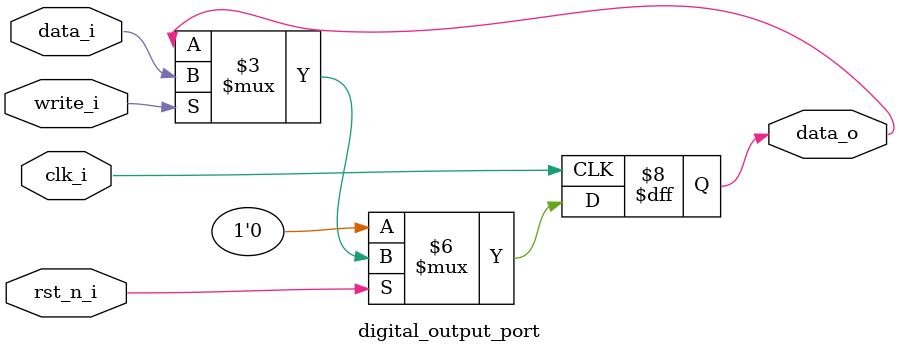
<source format=sv>
`ifndef DIGITAL_OUTPUT_PORT_INCLUDE_SV
    `define DIGITAL_OUTPUT_PORT_INCLUDE_SV

`include "../Hardware/Include/Headers/apogeo_configuration.svh"

module digital_output_port (
    input logic clk_i,
    input logic rst_n_i,
    input logic data_i,
    input logic write_i,

    output logic data_o
); 
    
    always_ff @(posedge clk_i `ifdef ASYNC or negedge rst_n_i `endif) begin 
        if (!rst_n_i) begin 
            data_o <= 1'b0;
        end else if (write_i) begin 
            data_o <= data_i; 
        end 
    end 

endmodule : digital_output_port

`endif 
</source>
